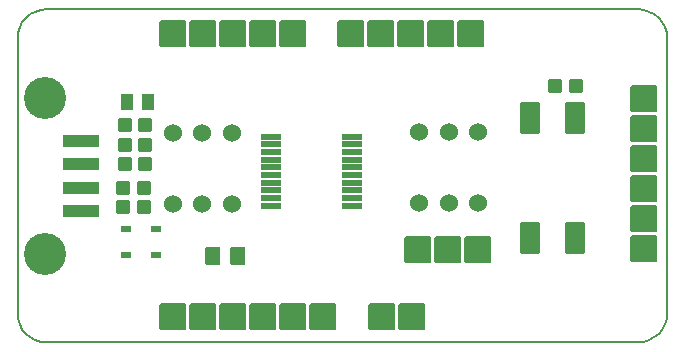
<source format=gbr>
G04 PROTEUS RS274X GERBER FILE*
%FSLAX45Y45*%
%MOMM*%
G01*
%AMPPAD019*
4,1,4,
-0.850900,-0.228600,
-0.850900,0.228600,
0.850900,0.228600,
0.850900,-0.228600,
-0.850900,-0.228600,
0*%
%ADD27PPAD019*%
%AMPPAD020*
4,1,36,
-0.863600,-1.193800,
-0.863600,1.193800,
-0.861070,1.219770,
-0.853800,1.243780,
-0.842250,1.265380,
-0.826890,1.284090,
-0.808170,1.299450,
-0.786580,1.311000,
-0.762570,1.318270,
-0.736600,1.320800,
0.736600,1.320800,
0.762570,1.318270,
0.786580,1.311000,
0.808170,1.299450,
0.826890,1.284090,
0.842250,1.265380,
0.853800,1.243780,
0.861070,1.219770,
0.863600,1.193800,
0.863600,-1.193800,
0.861070,-1.219770,
0.853800,-1.243780,
0.842250,-1.265380,
0.826890,-1.284090,
0.808170,-1.299450,
0.786580,-1.311000,
0.762570,-1.318270,
0.736600,-1.320800,
-0.736600,-1.320800,
-0.762570,-1.318270,
-0.786580,-1.311000,
-0.808170,-1.299450,
-0.826890,-1.284090,
-0.842250,-1.265380,
-0.853800,-1.243780,
-0.861070,-1.219770,
-0.863600,-1.193800,
0*%
%ADD28PPAD020*%
%AMPPAD021*
4,1,36,
-0.508000,0.762000,
0.508000,0.762000,
0.533970,0.759470,
0.557980,0.752200,
0.579580,0.740650,
0.598290,0.725290,
0.613650,0.706570,
0.625200,0.684980,
0.632470,0.660970,
0.635000,0.635000,
0.635000,-0.635000,
0.632470,-0.660970,
0.625200,-0.684980,
0.613650,-0.706570,
0.598290,-0.725290,
0.579580,-0.740650,
0.557980,-0.752200,
0.533970,-0.759470,
0.508000,-0.762000,
-0.508000,-0.762000,
-0.533970,-0.759470,
-0.557980,-0.752200,
-0.579580,-0.740650,
-0.598290,-0.725290,
-0.613650,-0.706570,
-0.625200,-0.684980,
-0.632470,-0.660970,
-0.635000,-0.635000,
-0.635000,0.635000,
-0.632470,0.660970,
-0.625200,0.684980,
-0.613650,0.706570,
-0.598290,0.725290,
-0.579580,0.740650,
-0.557980,0.752200,
-0.533970,0.759470,
-0.508000,0.762000,
0*%
%ADD29PPAD021*%
%AMPPAD022*
4,1,4,
0.495300,-0.698500,
-0.495300,-0.698500,
-0.495300,0.698500,
0.495300,0.698500,
0.495300,-0.698500,
0*%
%ADD72PPAD022*%
%AMPPAD023*
4,1,36,
-0.444500,0.571500,
0.444500,0.571500,
0.470470,0.568970,
0.494480,0.561700,
0.516080,0.550150,
0.534790,0.534790,
0.550150,0.516070,
0.561700,0.494480,
0.568970,0.470470,
0.571500,0.444500,
0.571500,-0.444500,
0.568970,-0.470470,
0.561700,-0.494480,
0.550150,-0.516070,
0.534790,-0.534790,
0.516080,-0.550150,
0.494480,-0.561700,
0.470470,-0.568970,
0.444500,-0.571500,
-0.444500,-0.571500,
-0.470470,-0.568970,
-0.494480,-0.561700,
-0.516080,-0.550150,
-0.534790,-0.534790,
-0.550150,-0.516070,
-0.561700,-0.494480,
-0.568970,-0.470470,
-0.571500,-0.444500,
-0.571500,0.444500,
-0.568970,0.470470,
-0.561700,0.494480,
-0.550150,0.516070,
-0.534790,0.534790,
-0.516080,0.550150,
-0.494480,0.561700,
-0.470470,0.568970,
-0.444500,0.571500,
0*%
%ADD73PPAD023*%
%AMPPAD024*
4,1,4,
-1.498600,-0.495300,
-1.498600,0.495300,
1.498600,0.495300,
1.498600,-0.495300,
-1.498600,-0.495300,
0*%
%ADD30PPAD024*%
%ADD19C,3.556000*%
%AMPPAD025*
4,1,4,
0.419100,0.254000,
0.419100,-0.254000,
-0.419100,-0.254000,
-0.419100,0.254000,
0.419100,0.254000,
0*%
%ADD31PPAD025*%
%ADD32C,1.524000*%
%AMPPAD027*
4,1,36,
-1.016000,1.143000,
1.016000,1.143000,
1.041970,1.140470,
1.065980,1.133200,
1.087580,1.121650,
1.106290,1.106290,
1.121650,1.087570,
1.133200,1.065980,
1.140470,1.041970,
1.143000,1.016000,
1.143000,-1.016000,
1.140470,-1.041970,
1.133200,-1.065980,
1.121650,-1.087570,
1.106290,-1.106290,
1.087580,-1.121650,
1.065980,-1.133200,
1.041970,-1.140470,
1.016000,-1.143000,
-1.016000,-1.143000,
-1.041970,-1.140470,
-1.065980,-1.133200,
-1.087580,-1.121650,
-1.106290,-1.106290,
-1.121650,-1.087570,
-1.133200,-1.065980,
-1.140470,-1.041970,
-1.143000,-1.016000,
-1.143000,1.016000,
-1.140470,1.041970,
-1.133200,1.065980,
-1.121650,1.087570,
-1.106290,1.106290,
-1.087580,1.121650,
-1.065980,1.133200,
-1.041970,1.140470,
-1.016000,1.143000,
0*%
%ADD33PPAD027*%
%AMPPAD028*
4,1,36,
1.143000,1.016000,
1.143000,-1.016000,
1.140470,-1.041970,
1.133200,-1.065980,
1.121650,-1.087580,
1.106290,-1.106290,
1.087570,-1.121650,
1.065980,-1.133200,
1.041970,-1.140470,
1.016000,-1.143000,
-1.016000,-1.143000,
-1.041970,-1.140470,
-1.065980,-1.133200,
-1.087570,-1.121650,
-1.106290,-1.106290,
-1.121650,-1.087580,
-1.133200,-1.065980,
-1.140470,-1.041970,
-1.143000,-1.016000,
-1.143000,1.016000,
-1.140470,1.041970,
-1.133200,1.065980,
-1.121650,1.087580,
-1.106290,1.106290,
-1.087570,1.121650,
-1.065980,1.133200,
-1.041970,1.140470,
-1.016000,1.143000,
1.016000,1.143000,
1.041970,1.140470,
1.065980,1.133200,
1.087570,1.121650,
1.106290,1.106290,
1.121650,1.087580,
1.133200,1.065980,
1.140470,1.041970,
1.143000,1.016000,
0*%
%ADD34PPAD028*%
%ADD22C,0.203200*%
D27*
X+2142240Y+1643180D03*
X+2142240Y+1578180D03*
X+2142240Y+1513180D03*
X+2142240Y+1448180D03*
X+2142240Y+1383180D03*
X+2142240Y+1318180D03*
X+2142240Y+1253180D03*
X+2142240Y+1188180D03*
X+2142240Y+1123180D03*
X+2142240Y+1058180D03*
X+2832240Y+1058180D03*
X+2832240Y+1123180D03*
X+2832240Y+1188180D03*
X+2832240Y+1253180D03*
X+2832240Y+1318180D03*
X+2832240Y+1383180D03*
X+2832240Y+1448180D03*
X+2832240Y+1513180D03*
X+2832240Y+1578180D03*
X+2832240Y+1643180D03*
D28*
X+4721000Y+784000D03*
X+4340000Y+1800000D03*
X+4721000Y+1800000D03*
X+4340000Y+784000D03*
D29*
X+1656300Y+634460D03*
X+1869660Y+634460D03*
D72*
X+924740Y+1937860D03*
X+1104740Y+1937860D03*
D73*
X+906620Y+1742280D03*
X+1079340Y+1742280D03*
D30*
X+540000Y+1009040D03*
X+540000Y+1209040D03*
X+540000Y+1409040D03*
X+540000Y+1609040D03*
D19*
X+232660Y+648640D03*
X+232660Y+1969440D03*
D31*
X+915860Y+863440D03*
X+1175860Y+863440D03*
X+1175860Y+637380D03*
X+915860Y+637380D03*
D32*
X+1315560Y+1074260D03*
X+1565560Y+1074260D03*
X+1815560Y+1074260D03*
X+1815560Y+1674260D03*
X+1565560Y+1674260D03*
X+1315560Y+1674260D03*
D73*
X+1070000Y+1209040D03*
X+897280Y+1209040D03*
X+1080000Y+1409040D03*
X+907280Y+1409040D03*
X+896460Y+1043780D03*
X+1069180Y+1043780D03*
X+1079340Y+1574640D03*
X+906620Y+1574640D03*
D33*
X+1320000Y+2509040D03*
X+1574000Y+2509040D03*
X+1828000Y+2509040D03*
X+2082000Y+2509040D03*
X+2336000Y+2509040D03*
X+3836000Y+2509040D03*
X+3582000Y+2509040D03*
X+3328000Y+2509040D03*
X+3074000Y+2509040D03*
X+2820000Y+2509040D03*
X+2590000Y+119040D03*
X+2336000Y+119040D03*
X+2082000Y+119040D03*
X+1828000Y+119040D03*
X+1574000Y+119040D03*
X+1320000Y+119040D03*
X+3083500Y+119040D03*
X+3337500Y+119040D03*
D73*
X+4726680Y+2068840D03*
X+4553960Y+2068840D03*
D34*
X+5308500Y+1964040D03*
X+5308500Y+1710040D03*
X+5308500Y+1456040D03*
X+5308500Y+1202040D03*
X+5308500Y+948040D03*
X+5308500Y+694040D03*
D33*
X+3900000Y+680000D03*
X+3646000Y+680000D03*
X+3392000Y+680000D03*
D32*
X+3400000Y+1080000D03*
X+3650000Y+1080000D03*
X+3900000Y+1080000D03*
X+3900000Y+1680000D03*
X+3650000Y+1680000D03*
X+3400000Y+1680000D03*
D22*
X+0Y+150000D02*
X+0Y+2470000D01*
X+250000Y+2720000D02*
X+5250000Y+2720000D01*
X+5500000Y+2470000D02*
X+5500000Y+150000D01*
X+5250000Y-100000D02*
X+250000Y-100000D01*
X+0Y+2470000D02*
X+4974Y+2521117D01*
X+19287Y+2568389D01*
X+42023Y+2610900D01*
X+72266Y+2647734D01*
X+109100Y+2677977D01*
X+151611Y+2700713D01*
X+198883Y+2715026D01*
X+250000Y+2720000D01*
X+0Y+150000D02*
X+4974Y+98883D01*
X+19287Y+51611D01*
X+42023Y+9100D01*
X+72266Y-27734D01*
X+109100Y-57977D01*
X+151611Y-80713D01*
X+198883Y-95026D01*
X+250000Y-100000D01*
X+5250000Y-100000D02*
X+5301117Y-95026D01*
X+5348389Y-80713D01*
X+5390900Y-57977D01*
X+5427734Y-27734D01*
X+5457977Y+9100D01*
X+5480713Y+51611D01*
X+5495026Y+98883D01*
X+5500000Y+150000D01*
X+5500000Y+2470000D02*
X+5495026Y+2521117D01*
X+5480713Y+2568389D01*
X+5457977Y+2610900D01*
X+5427734Y+2647734D01*
X+5390900Y+2677977D01*
X+5348389Y+2700713D01*
X+5301117Y+2715026D01*
X+5250000Y+2720000D01*
M02*

</source>
